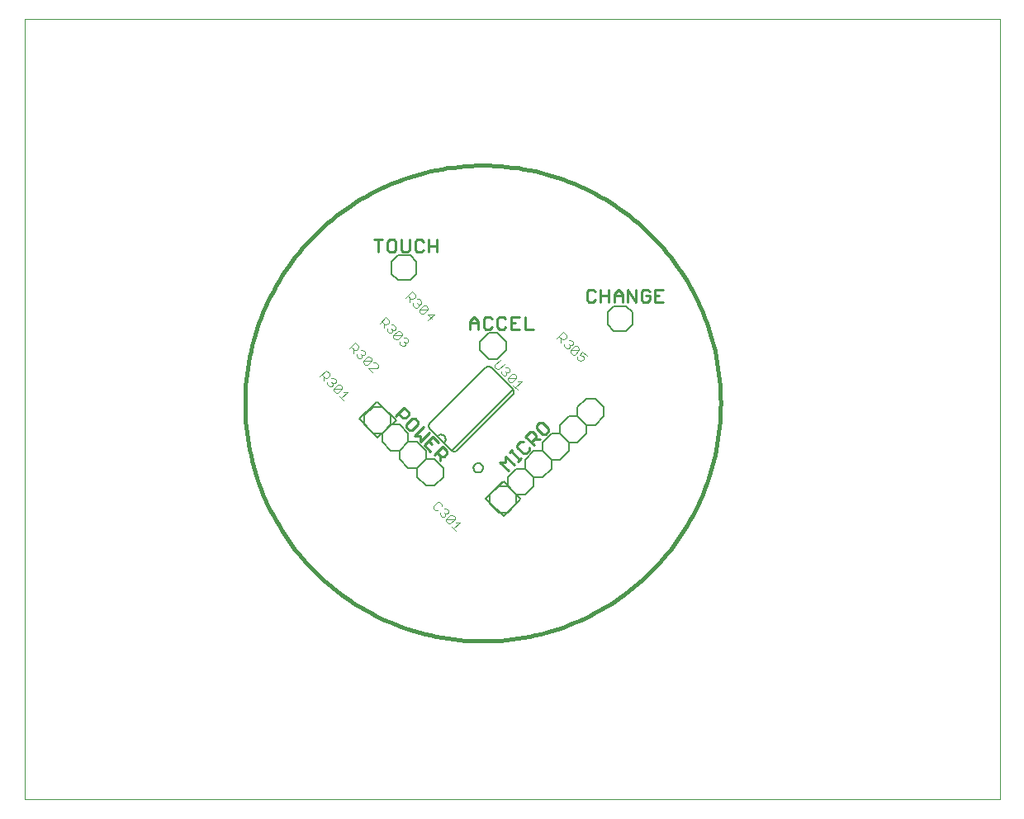
<source format=gto>
G75*
%MOIN*%
%OFA0B0*%
%FSLAX24Y24*%
%IPPOS*%
%LPD*%
%AMOC8*
5,1,8,0,0,1.08239X$1,22.5*
%
%ADD10C,0.0000*%
%ADD11C,0.0160*%
%ADD12C,0.0100*%
%ADD13C,0.0080*%
%ADD14C,0.0040*%
%ADD15C,0.0060*%
D10*
X000100Y000100D02*
X000100Y031596D01*
X039470Y031596D01*
X039470Y000100D01*
X000100Y000100D01*
D11*
X009000Y016100D02*
X009003Y016336D01*
X009012Y016571D01*
X009026Y016806D01*
X009046Y017041D01*
X009072Y017275D01*
X009104Y017509D01*
X009141Y017741D01*
X009184Y017973D01*
X009233Y018203D01*
X009288Y018433D01*
X009348Y018660D01*
X009413Y018887D01*
X009485Y019111D01*
X009561Y019334D01*
X009643Y019555D01*
X009731Y019774D01*
X009824Y019990D01*
X009922Y020205D01*
X010025Y020416D01*
X010134Y020625D01*
X010247Y020832D01*
X010366Y021035D01*
X010489Y021236D01*
X010618Y021433D01*
X010751Y021628D01*
X010889Y021819D01*
X011032Y022006D01*
X011179Y022190D01*
X011331Y022370D01*
X011487Y022547D01*
X011647Y022720D01*
X011812Y022888D01*
X011980Y023053D01*
X012153Y023213D01*
X012330Y023369D01*
X012510Y023521D01*
X012694Y023668D01*
X012881Y023811D01*
X013072Y023949D01*
X013267Y024082D01*
X013464Y024211D01*
X013665Y024334D01*
X013868Y024453D01*
X014075Y024566D01*
X014284Y024675D01*
X014495Y024778D01*
X014710Y024876D01*
X014926Y024969D01*
X015145Y025057D01*
X015366Y025139D01*
X015589Y025215D01*
X015813Y025287D01*
X016040Y025352D01*
X016267Y025412D01*
X016497Y025467D01*
X016727Y025516D01*
X016959Y025559D01*
X017191Y025596D01*
X017425Y025628D01*
X017659Y025654D01*
X017894Y025674D01*
X018129Y025688D01*
X018364Y025697D01*
X018600Y025700D01*
X018836Y025697D01*
X019071Y025688D01*
X019306Y025674D01*
X019541Y025654D01*
X019775Y025628D01*
X020009Y025596D01*
X020241Y025559D01*
X020473Y025516D01*
X020703Y025467D01*
X020933Y025412D01*
X021160Y025352D01*
X021387Y025287D01*
X021611Y025215D01*
X021834Y025139D01*
X022055Y025057D01*
X022274Y024969D01*
X022490Y024876D01*
X022705Y024778D01*
X022916Y024675D01*
X023125Y024566D01*
X023332Y024453D01*
X023535Y024334D01*
X023736Y024211D01*
X023933Y024082D01*
X024128Y023949D01*
X024319Y023811D01*
X024506Y023668D01*
X024690Y023521D01*
X024870Y023369D01*
X025047Y023213D01*
X025220Y023053D01*
X025388Y022888D01*
X025553Y022720D01*
X025713Y022547D01*
X025869Y022370D01*
X026021Y022190D01*
X026168Y022006D01*
X026311Y021819D01*
X026449Y021628D01*
X026582Y021433D01*
X026711Y021236D01*
X026834Y021035D01*
X026953Y020832D01*
X027066Y020625D01*
X027175Y020416D01*
X027278Y020205D01*
X027376Y019990D01*
X027469Y019774D01*
X027557Y019555D01*
X027639Y019334D01*
X027715Y019111D01*
X027787Y018887D01*
X027852Y018660D01*
X027912Y018433D01*
X027967Y018203D01*
X028016Y017973D01*
X028059Y017741D01*
X028096Y017509D01*
X028128Y017275D01*
X028154Y017041D01*
X028174Y016806D01*
X028188Y016571D01*
X028197Y016336D01*
X028200Y016100D01*
X028197Y015864D01*
X028188Y015629D01*
X028174Y015394D01*
X028154Y015159D01*
X028128Y014925D01*
X028096Y014691D01*
X028059Y014459D01*
X028016Y014227D01*
X027967Y013997D01*
X027912Y013767D01*
X027852Y013540D01*
X027787Y013313D01*
X027715Y013089D01*
X027639Y012866D01*
X027557Y012645D01*
X027469Y012426D01*
X027376Y012210D01*
X027278Y011995D01*
X027175Y011784D01*
X027066Y011575D01*
X026953Y011368D01*
X026834Y011165D01*
X026711Y010964D01*
X026582Y010767D01*
X026449Y010572D01*
X026311Y010381D01*
X026168Y010194D01*
X026021Y010010D01*
X025869Y009830D01*
X025713Y009653D01*
X025553Y009480D01*
X025388Y009312D01*
X025220Y009147D01*
X025047Y008987D01*
X024870Y008831D01*
X024690Y008679D01*
X024506Y008532D01*
X024319Y008389D01*
X024128Y008251D01*
X023933Y008118D01*
X023736Y007989D01*
X023535Y007866D01*
X023332Y007747D01*
X023125Y007634D01*
X022916Y007525D01*
X022705Y007422D01*
X022490Y007324D01*
X022274Y007231D01*
X022055Y007143D01*
X021834Y007061D01*
X021611Y006985D01*
X021387Y006913D01*
X021160Y006848D01*
X020933Y006788D01*
X020703Y006733D01*
X020473Y006684D01*
X020241Y006641D01*
X020009Y006604D01*
X019775Y006572D01*
X019541Y006546D01*
X019306Y006526D01*
X019071Y006512D01*
X018836Y006503D01*
X018600Y006500D01*
X018364Y006503D01*
X018129Y006512D01*
X017894Y006526D01*
X017659Y006546D01*
X017425Y006572D01*
X017191Y006604D01*
X016959Y006641D01*
X016727Y006684D01*
X016497Y006733D01*
X016267Y006788D01*
X016040Y006848D01*
X015813Y006913D01*
X015589Y006985D01*
X015366Y007061D01*
X015145Y007143D01*
X014926Y007231D01*
X014710Y007324D01*
X014495Y007422D01*
X014284Y007525D01*
X014075Y007634D01*
X013868Y007747D01*
X013665Y007866D01*
X013464Y007989D01*
X013267Y008118D01*
X013072Y008251D01*
X012881Y008389D01*
X012694Y008532D01*
X012510Y008679D01*
X012330Y008831D01*
X012153Y008987D01*
X011980Y009147D01*
X011812Y009312D01*
X011647Y009480D01*
X011487Y009653D01*
X011331Y009830D01*
X011179Y010010D01*
X011032Y010194D01*
X010889Y010381D01*
X010751Y010572D01*
X010618Y010767D01*
X010489Y010964D01*
X010366Y011165D01*
X010247Y011368D01*
X010134Y011575D01*
X010025Y011784D01*
X009922Y011995D01*
X009824Y012210D01*
X009731Y012426D01*
X009643Y012645D01*
X009561Y012866D01*
X009485Y013089D01*
X009413Y013313D01*
X009348Y013540D01*
X009288Y013767D01*
X009233Y013997D01*
X009184Y014227D01*
X009141Y014459D01*
X009104Y014691D01*
X009072Y014925D01*
X009046Y015159D01*
X009026Y015394D01*
X009012Y015629D01*
X009003Y015864D01*
X009000Y016100D01*
D12*
X015071Y015570D02*
X015425Y015924D01*
X015601Y015747D01*
X015601Y015629D01*
X015484Y015511D01*
X015366Y015511D01*
X015189Y015688D01*
X015520Y015238D02*
X015520Y015120D01*
X015638Y015002D01*
X015756Y015002D01*
X015992Y015238D01*
X015992Y015356D01*
X015874Y015474D01*
X015756Y015474D01*
X015520Y015238D01*
X015852Y014789D02*
X016206Y015143D01*
X016442Y014907D02*
X016088Y014553D01*
X016088Y014789D01*
X015852Y014789D01*
X016243Y014398D02*
X016479Y014162D01*
X016633Y014007D02*
X016987Y014361D01*
X017164Y014184D01*
X017164Y014066D01*
X017046Y013948D01*
X016928Y013948D01*
X016751Y014125D01*
X016869Y014007D02*
X016869Y013771D01*
X016832Y014516D02*
X016597Y014752D01*
X016243Y014398D01*
X016420Y014575D02*
X016538Y014457D01*
X019287Y013717D02*
X019523Y013717D01*
X019523Y013953D01*
X019877Y013599D01*
X020032Y013754D02*
X020150Y013872D01*
X020091Y013813D02*
X019737Y014167D01*
X019678Y014108D02*
X019796Y014226D01*
X019997Y014309D02*
X020233Y014073D01*
X020351Y014073D01*
X020469Y014191D01*
X020469Y014309D01*
X020683Y014405D02*
X020329Y014759D01*
X020506Y014936D01*
X020624Y014936D01*
X020742Y014818D01*
X020742Y014700D01*
X020565Y014523D01*
X020683Y014641D02*
X020919Y014641D01*
X021015Y014855D02*
X020779Y015091D01*
X020779Y015209D01*
X020897Y015327D01*
X021015Y015327D01*
X021251Y015091D01*
X021251Y014973D01*
X021133Y014855D01*
X021015Y014855D01*
X020233Y014545D02*
X020115Y014545D01*
X019997Y014427D01*
X019997Y014309D01*
X019287Y013717D02*
X019641Y013363D01*
X019747Y019080D02*
X020081Y019080D01*
X020300Y019080D02*
X020300Y019580D01*
X020081Y019580D02*
X019747Y019580D01*
X019747Y019080D01*
X019529Y019163D02*
X019445Y019080D01*
X019278Y019080D01*
X019195Y019163D01*
X019195Y019497D01*
X019278Y019580D01*
X019445Y019580D01*
X019529Y019497D01*
X019747Y019330D02*
X019914Y019330D01*
X020300Y019080D02*
X020634Y019080D01*
X018976Y019163D02*
X018893Y019080D01*
X018726Y019080D01*
X018642Y019163D01*
X018642Y019497D01*
X018726Y019580D01*
X018893Y019580D01*
X018976Y019497D01*
X018424Y019414D02*
X018424Y019080D01*
X018424Y019330D02*
X018090Y019330D01*
X018090Y019414D02*
X018090Y019080D01*
X018090Y019414D02*
X018257Y019580D01*
X018424Y019414D01*
X016754Y022200D02*
X016754Y022700D01*
X016754Y022450D02*
X016420Y022450D01*
X016420Y022200D02*
X016420Y022700D01*
X016201Y022617D02*
X016118Y022700D01*
X015951Y022700D01*
X015867Y022617D01*
X015867Y022283D01*
X015951Y022200D01*
X016118Y022200D01*
X016201Y022283D01*
X015649Y022283D02*
X015649Y022700D01*
X015315Y022700D02*
X015315Y022283D01*
X015398Y022200D01*
X015565Y022200D01*
X015649Y022283D01*
X015096Y022283D02*
X015096Y022617D01*
X015013Y022700D01*
X014846Y022700D01*
X014762Y022617D01*
X014762Y022283D01*
X014846Y022200D01*
X015013Y022200D01*
X015096Y022283D01*
X014544Y022700D02*
X014210Y022700D01*
X014377Y022700D02*
X014377Y022200D01*
X022800Y020597D02*
X022800Y020263D01*
X022883Y020180D01*
X023050Y020180D01*
X023134Y020263D01*
X023352Y020180D02*
X023352Y020680D01*
X023134Y020597D02*
X023050Y020680D01*
X022883Y020680D01*
X022800Y020597D01*
X023352Y020430D02*
X023686Y020430D01*
X023905Y020430D02*
X024239Y020430D01*
X024239Y020514D02*
X024239Y020180D01*
X024457Y020180D02*
X024457Y020680D01*
X024791Y020180D01*
X024791Y020680D01*
X025010Y020597D02*
X025010Y020263D01*
X025093Y020180D01*
X025260Y020180D01*
X025344Y020263D01*
X025344Y020430D01*
X025177Y020430D01*
X025344Y020597D02*
X025260Y020680D01*
X025093Y020680D01*
X025010Y020597D01*
X025562Y020680D02*
X025562Y020180D01*
X025896Y020180D01*
X025729Y020430D02*
X025562Y020430D01*
X025562Y020680D02*
X025896Y020680D01*
X024239Y020514D02*
X024072Y020680D01*
X023905Y020514D01*
X023905Y020180D01*
X023686Y020180D02*
X023686Y020680D01*
D13*
X015100Y015420D02*
X014340Y014720D01*
X013610Y015470D01*
X014320Y016150D01*
X014340Y016150D02*
X015100Y015420D01*
X018228Y013490D02*
X018230Y013517D01*
X018236Y013544D01*
X018245Y013570D01*
X018258Y013594D01*
X018275Y013616D01*
X018294Y013635D01*
X018316Y013652D01*
X018340Y013665D01*
X018366Y013674D01*
X018393Y013680D01*
X018420Y013682D01*
X018447Y013680D01*
X018474Y013674D01*
X018500Y013665D01*
X018524Y013652D01*
X018546Y013635D01*
X018565Y013616D01*
X018582Y013594D01*
X018595Y013570D01*
X018604Y013544D01*
X018610Y013517D01*
X018612Y013490D01*
X018610Y013463D01*
X018604Y013436D01*
X018595Y013410D01*
X018582Y013386D01*
X018565Y013364D01*
X018546Y013345D01*
X018524Y013328D01*
X018500Y013315D01*
X018474Y013306D01*
X018447Y013300D01*
X018420Y013298D01*
X018393Y013300D01*
X018366Y013306D01*
X018340Y013315D01*
X018316Y013328D01*
X018294Y013345D01*
X018275Y013364D01*
X018258Y013386D01*
X018245Y013410D01*
X018236Y013436D01*
X018230Y013463D01*
X018228Y013490D01*
X019260Y012760D02*
X019450Y012950D01*
X020110Y012240D01*
X020130Y012220D02*
X019450Y011530D01*
X018730Y012230D01*
X019430Y012950D01*
D14*
X017685Y011287D02*
X017430Y011033D01*
X017345Y011118D02*
X017515Y010948D01*
X017515Y011287D02*
X017685Y011287D01*
X017467Y011420D02*
X017127Y011420D01*
X017127Y011336D01*
X017212Y011251D01*
X017297Y011251D01*
X017467Y011420D01*
X017467Y011505D01*
X017382Y011590D01*
X017297Y011590D01*
X017127Y011420D01*
X017036Y011511D02*
X016952Y011511D01*
X016867Y011596D01*
X016867Y011681D01*
X016776Y011772D02*
X016691Y011772D01*
X016606Y011856D01*
X016606Y011941D01*
X016776Y012111D01*
X016861Y012111D01*
X016946Y012026D01*
X016946Y011941D01*
X017036Y011851D02*
X017121Y011851D01*
X017206Y011766D01*
X017206Y011681D01*
X017164Y011638D01*
X017079Y011638D01*
X017079Y011554D01*
X017036Y011511D01*
X017079Y011638D02*
X017036Y011681D01*
X012975Y016218D02*
X012805Y016388D01*
X012890Y016303D02*
X013145Y016557D01*
X012975Y016557D01*
X012927Y016690D02*
X012587Y016690D01*
X012587Y016606D01*
X012672Y016521D01*
X012757Y016521D01*
X012927Y016690D01*
X012927Y016775D01*
X012842Y016860D01*
X012757Y016860D01*
X012587Y016690D01*
X012496Y016781D02*
X012412Y016781D01*
X012327Y016866D01*
X012327Y016951D01*
X012194Y016999D02*
X012194Y017169D01*
X012236Y017126D02*
X012109Y017254D01*
X012024Y017169D02*
X012278Y017424D01*
X012406Y017296D01*
X012406Y017211D01*
X012321Y017126D01*
X012236Y017126D01*
X012496Y017121D02*
X012581Y017121D01*
X012666Y017036D01*
X012666Y016951D01*
X012624Y016908D01*
X012539Y016908D01*
X012539Y016824D01*
X012496Y016781D01*
X012539Y016908D02*
X012496Y016951D01*
X013507Y017996D02*
X013507Y018081D01*
X013507Y017996D02*
X013592Y017911D01*
X013676Y017911D01*
X013719Y017954D01*
X013719Y018038D01*
X013676Y018081D01*
X013719Y018038D02*
X013804Y018038D01*
X013846Y018081D01*
X013846Y018166D01*
X013761Y018251D01*
X013676Y018251D01*
X013586Y018341D02*
X013501Y018256D01*
X013416Y018256D01*
X013289Y018384D01*
X013374Y018299D02*
X013374Y018129D01*
X013204Y018299D02*
X013458Y018554D01*
X013586Y018426D01*
X013586Y018341D01*
X013937Y017990D02*
X013767Y017820D01*
X014107Y017820D01*
X013937Y017651D01*
X013852Y017651D01*
X013767Y017736D01*
X013767Y017820D01*
X013937Y017990D02*
X014022Y017990D01*
X014107Y017905D01*
X014107Y017820D01*
X014197Y017730D02*
X014282Y017730D01*
X014367Y017645D01*
X014367Y017560D01*
X014325Y017518D01*
X013985Y017518D01*
X014155Y017348D01*
X015257Y018495D02*
X015257Y018580D01*
X015257Y018495D02*
X015342Y018410D01*
X015427Y018410D01*
X015470Y018453D01*
X015470Y018538D01*
X015427Y018580D01*
X015470Y018538D02*
X015555Y018538D01*
X015597Y018580D01*
X015597Y018665D01*
X015512Y018750D01*
X015427Y018750D01*
X015337Y018840D02*
X014997Y018840D01*
X014997Y018756D01*
X015082Y018671D01*
X015167Y018671D01*
X015337Y018840D01*
X015337Y018925D01*
X015252Y019010D01*
X015167Y019010D01*
X014997Y018840D01*
X014906Y018931D02*
X014822Y018931D01*
X014737Y019016D01*
X014737Y019101D01*
X014604Y019149D02*
X014604Y019319D01*
X014646Y019276D02*
X014519Y019404D01*
X014434Y019319D02*
X014688Y019574D01*
X014816Y019446D01*
X014816Y019361D01*
X014731Y019276D01*
X014646Y019276D01*
X014906Y019271D02*
X014991Y019271D01*
X015076Y019186D01*
X015076Y019101D01*
X015034Y019058D01*
X014949Y019058D01*
X014949Y018974D01*
X014906Y018931D01*
X014949Y019058D02*
X014906Y019101D01*
X015787Y020046D02*
X015787Y020131D01*
X015787Y020046D02*
X015872Y019961D01*
X015956Y019961D01*
X015999Y020004D01*
X015999Y020088D01*
X015956Y020131D01*
X015999Y020088D02*
X016084Y020088D01*
X016126Y020131D01*
X016126Y020216D01*
X016041Y020301D01*
X015956Y020301D01*
X015866Y020391D02*
X015781Y020306D01*
X015696Y020306D01*
X015569Y020434D01*
X015654Y020349D02*
X015654Y020179D01*
X015484Y020349D02*
X015738Y020604D01*
X015866Y020476D01*
X015866Y020391D01*
X016217Y020040D02*
X016302Y020040D01*
X016387Y019955D01*
X016387Y019870D01*
X016047Y019870D01*
X016047Y019786D01*
X016132Y019701D01*
X016217Y019701D01*
X016387Y019870D01*
X016392Y019695D02*
X016562Y019525D01*
X016392Y019440D02*
X016647Y019695D01*
X016392Y019695D01*
X016047Y019870D02*
X016217Y020040D01*
X019091Y017642D02*
X019091Y017558D01*
X019176Y017473D01*
X019261Y017473D01*
X019473Y017685D01*
X019521Y017552D02*
X019606Y017552D01*
X019691Y017467D01*
X019691Y017382D01*
X019648Y017340D01*
X019563Y017340D01*
X019563Y017255D01*
X019521Y017212D01*
X019436Y017212D01*
X019351Y017297D01*
X019351Y017382D01*
X019521Y017382D02*
X019563Y017340D01*
X019612Y017122D02*
X019951Y017122D01*
X019781Y016952D01*
X019697Y016952D01*
X019612Y017037D01*
X019612Y017122D01*
X019781Y017291D01*
X019866Y017291D01*
X019951Y017207D01*
X019951Y017122D01*
X019999Y016989D02*
X020169Y016989D01*
X019915Y016734D01*
X019999Y016649D02*
X019830Y016819D01*
X019091Y017642D02*
X019303Y017855D01*
X021594Y018709D02*
X021848Y018964D01*
X021976Y018836D01*
X021976Y018751D01*
X021891Y018666D01*
X021806Y018666D01*
X021679Y018794D01*
X021764Y018709D02*
X021764Y018539D01*
X021897Y018491D02*
X021897Y018406D01*
X021982Y018321D01*
X022066Y018321D01*
X022109Y018364D01*
X022109Y018448D01*
X022066Y018491D01*
X022109Y018448D02*
X022194Y018448D01*
X022236Y018491D01*
X022236Y018576D01*
X022151Y018661D01*
X022066Y018661D01*
X022327Y018400D02*
X022157Y018230D01*
X022497Y018230D01*
X022327Y018061D01*
X022242Y018061D01*
X022157Y018146D01*
X022157Y018230D01*
X022327Y018400D02*
X022412Y018400D01*
X022497Y018315D01*
X022497Y018230D01*
X022630Y018182D02*
X022502Y018055D01*
X022630Y018013D01*
X022672Y017970D01*
X022672Y017885D01*
X022587Y017800D01*
X022502Y017800D01*
X022417Y017885D01*
X022417Y017970D01*
X022630Y018182D02*
X022800Y018013D01*
D15*
X023890Y019020D02*
X023640Y019270D01*
X023640Y019770D01*
X023890Y020020D01*
X024390Y020020D01*
X024640Y019770D01*
X024640Y019270D01*
X024390Y019020D01*
X023890Y019020D01*
X023135Y016288D02*
X022781Y016288D01*
X022427Y015935D01*
X022427Y015581D01*
X022781Y015227D01*
X023135Y015227D01*
X023488Y015581D01*
X023488Y015935D01*
X023135Y016288D01*
X022427Y015581D02*
X022074Y015581D01*
X021720Y015227D01*
X021720Y014874D01*
X022074Y014520D01*
X022427Y014520D01*
X022781Y014874D01*
X022781Y015227D01*
X022074Y014520D02*
X022074Y014167D01*
X021720Y013813D01*
X021367Y013813D01*
X021367Y013460D01*
X021013Y013106D01*
X020660Y013106D01*
X020660Y012753D01*
X020306Y012399D01*
X019953Y012399D01*
X019953Y012045D01*
X019599Y011692D01*
X019245Y011692D01*
X018892Y012045D01*
X018892Y012399D01*
X019245Y012753D01*
X019599Y012753D01*
X019599Y013106D01*
X019953Y013460D01*
X020306Y013460D01*
X020660Y013106D01*
X020306Y013460D02*
X020306Y013813D01*
X020660Y014167D01*
X021013Y014167D01*
X021013Y014520D01*
X021367Y014874D01*
X021720Y014874D01*
X021013Y014167D02*
X021367Y013813D01*
X019953Y012399D02*
X019599Y012753D01*
X017553Y014194D02*
X019816Y016457D01*
X019831Y016475D01*
X019844Y016495D01*
X019853Y016517D01*
X019858Y016540D01*
X019860Y016563D01*
X019858Y016586D01*
X019853Y016609D01*
X019844Y016631D01*
X019831Y016651D01*
X019816Y016669D01*
X018939Y017546D01*
X018921Y017561D01*
X018901Y017574D01*
X018879Y017583D01*
X018856Y017588D01*
X018833Y017590D01*
X018810Y017588D01*
X018787Y017583D01*
X018765Y017574D01*
X018745Y017561D01*
X018727Y017546D01*
X016464Y015283D01*
X016449Y015265D01*
X016436Y015245D01*
X016427Y015223D01*
X016422Y015200D01*
X016420Y015177D01*
X016422Y015154D01*
X016427Y015131D01*
X016436Y015109D01*
X016449Y015089D01*
X016464Y015071D01*
X016761Y014774D01*
X017044Y014491D01*
X017341Y014194D01*
X017348Y014187D02*
X019823Y016662D01*
X019197Y017880D02*
X018843Y017880D01*
X018490Y018233D01*
X018490Y018587D01*
X018843Y018940D01*
X019197Y018940D01*
X019550Y018587D01*
X019550Y018233D01*
X019197Y017880D01*
X016762Y014774D02*
X016782Y014792D01*
X016805Y014807D01*
X016830Y014819D01*
X016856Y014827D01*
X016883Y014832D01*
X016910Y014833D01*
X016937Y014830D01*
X016964Y014824D01*
X016989Y014814D01*
X017013Y014800D01*
X017034Y014784D01*
X017054Y014764D01*
X017070Y014743D01*
X017084Y014719D01*
X017094Y014694D01*
X017100Y014667D01*
X017103Y014640D01*
X017102Y014613D01*
X017097Y014586D01*
X017089Y014560D01*
X017077Y014535D01*
X017062Y014512D01*
X017044Y014492D01*
X017341Y014194D02*
X017359Y014179D01*
X017379Y014166D01*
X017401Y014157D01*
X017424Y014152D01*
X017447Y014150D01*
X017470Y014152D01*
X017493Y014157D01*
X017515Y014166D01*
X017535Y014179D01*
X017553Y014194D01*
X017011Y013476D02*
X017011Y013123D01*
X016657Y012769D01*
X016304Y012769D01*
X015950Y013123D01*
X015950Y013476D01*
X015597Y013476D01*
X015243Y013830D01*
X015243Y014183D01*
X014890Y014183D01*
X014536Y014537D01*
X014536Y014890D01*
X014183Y014890D01*
X013829Y015244D01*
X013829Y015597D01*
X014183Y015951D01*
X014536Y015951D01*
X014890Y015597D01*
X014890Y015244D01*
X015243Y015244D01*
X015597Y014890D01*
X015597Y014537D01*
X015243Y014183D01*
X015597Y014537D02*
X015950Y014537D01*
X016304Y014183D01*
X016304Y013830D01*
X016657Y013830D01*
X017011Y013476D01*
X016304Y013830D02*
X015950Y013476D01*
X014536Y014890D02*
X014890Y015244D01*
X015170Y021070D02*
X015670Y021070D01*
X015920Y021320D01*
X015920Y021820D01*
X015670Y022070D01*
X015170Y022070D01*
X014920Y021820D01*
X014920Y021320D01*
X015170Y021070D01*
M02*

</source>
